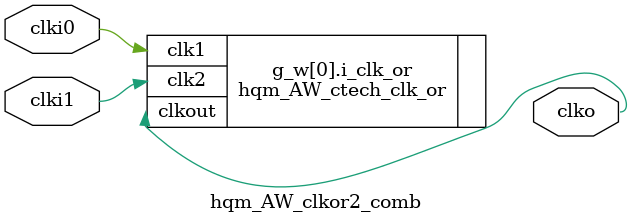
<source format=sv>

module hqm_AW_clkor2_comb #(

	 parameter WIDTH	= 1
) (
	 input	logic	[WIDTH-1:0]	clki0
	,input	logic	[WIDTH-1:0]	clki1

	,output	logic	[WIDTH-1:0]	clko
);

//-----------------------------------------------------------------------------------------------------

// collage-pragma translate_off
genvar g;

generate
 for (g=0; g<WIDTH; g=g+1) begin: g_w
  hqm_AW_ctech_clk_or i_clk_or (.clk1(clki0[g]), .clk2(clki1[g]), .clkout(clko[g]));
 end
endgenerate

// collage-pragma translate_on
endmodule // AW_clkor2_comb


</source>
